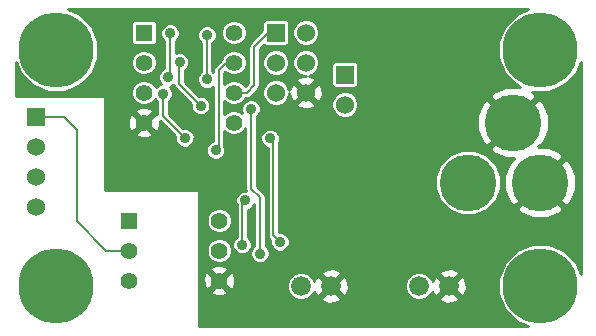
<source format=gbl>
G04 (created by PCBNEW (2013-05-31 BZR 4019)-stable) date 7/2/2014 8:15:17 PM*
%MOIN*%
G04 Gerber Fmt 3.4, Leading zero omitted, Abs format*
%FSLAX34Y34*%
G01*
G70*
G90*
G04 APERTURE LIST*
%ADD10C,0.00590551*%
%ADD11C,0.25*%
%ADD12R,0.06X0.06*%
%ADD13C,0.06*%
%ADD14C,0.189*%
%ADD15R,0.055X0.055*%
%ADD16C,0.055*%
%ADD17C,0.066*%
%ADD18C,0.035*%
%ADD19C,0.008*%
%ADD20C,0.01*%
G04 APERTURE END LIST*
G54D10*
G54D11*
X1574Y-9448D03*
G54D12*
X11200Y-2400D03*
G54D13*
X11200Y-3400D03*
G54D11*
X17716Y-9448D03*
X17716Y-1574D03*
X1574Y-1574D03*
G54D14*
X17700Y-6000D03*
X15300Y-6000D03*
X16800Y-4000D03*
G54D12*
X8900Y-1000D03*
G54D13*
X9900Y-1000D03*
X8900Y-2000D03*
X9900Y-2000D03*
X8900Y-3000D03*
X9900Y-3000D03*
G54D15*
X4011Y-7267D03*
G54D16*
X4011Y-8267D03*
X4011Y-9267D03*
X7011Y-9267D03*
X7011Y-8267D03*
X7011Y-7267D03*
G54D12*
X900Y-3800D03*
G54D13*
X900Y-4800D03*
X900Y-5800D03*
X900Y-6800D03*
G54D15*
X4500Y-1000D03*
G54D16*
X4500Y-2000D03*
X4500Y-3000D03*
X4500Y-4000D03*
X7500Y-4000D03*
X7500Y-3000D03*
X7500Y-2000D03*
X7500Y-1000D03*
G54D17*
X13673Y-9448D03*
X14673Y-9448D03*
X9736Y-9448D03*
X10736Y-9448D03*
G54D18*
X6889Y-4921D03*
X6390Y-3440D03*
X5690Y-1990D03*
X8070Y-3543D03*
X8366Y-8366D03*
X5860Y-4510D03*
X5140Y-3040D03*
X9030Y-7980D03*
X8707Y-4527D03*
X5370Y-1020D03*
X5300Y-2490D03*
X6594Y-1082D03*
X6594Y-2559D03*
X12007Y-1673D03*
X6692Y-5905D03*
X12204Y-4330D03*
X7775Y-8070D03*
X7874Y-6594D03*
G54D19*
X7500Y-3000D02*
X7925Y-3000D01*
X8645Y-1000D02*
X8900Y-1000D01*
X8169Y-1476D02*
X8645Y-1000D01*
X8169Y-2755D02*
X8169Y-1476D01*
X7925Y-3000D02*
X8169Y-2755D01*
X7251Y-2000D02*
X7500Y-2000D01*
X6988Y-2263D02*
X7251Y-2000D01*
X6988Y-4822D02*
X6988Y-2263D01*
X6889Y-4921D02*
X6988Y-4822D01*
X5670Y-2720D02*
X6390Y-3440D01*
X5670Y-2010D02*
X5670Y-2720D01*
X5690Y-1990D02*
X5670Y-2010D01*
X8070Y-6200D02*
X8070Y-3543D01*
X8366Y-6496D02*
X8070Y-6200D01*
X8366Y-8366D02*
X8366Y-6496D01*
X5140Y-3040D02*
X5140Y-3790D01*
X5140Y-3790D02*
X5860Y-4510D01*
X8810Y-7760D02*
X9030Y-7980D01*
X8810Y-4630D02*
X8810Y-7760D01*
X8707Y-4527D02*
X8810Y-4630D01*
X5370Y-2420D02*
X5370Y-1020D01*
X5300Y-2490D02*
X5370Y-2420D01*
X6594Y-2559D02*
X6594Y-1082D01*
X7775Y-6692D02*
X7775Y-8070D01*
X7874Y-6594D02*
X7775Y-6692D01*
X4011Y-8267D02*
X3248Y-8267D01*
X3248Y-8267D02*
X2263Y-7283D01*
X1831Y-3800D02*
X900Y-3800D01*
X2263Y-4232D02*
X1831Y-3800D01*
X2263Y-7283D02*
X2263Y-4232D01*
G54D10*
G36*
X19066Y-9049D02*
X18904Y-8656D01*
X18895Y-8648D01*
X18895Y-6235D01*
X18894Y-5760D01*
X18714Y-5324D01*
X18551Y-5218D01*
X18481Y-5289D01*
X18481Y-5148D01*
X18375Y-4985D01*
X17995Y-4829D01*
X17935Y-4804D01*
X17675Y-4805D01*
X17651Y-4781D01*
X17814Y-4675D01*
X17995Y-4235D01*
X17994Y-3760D01*
X17814Y-3324D01*
X17651Y-3218D01*
X16870Y-4000D01*
X16876Y-4005D01*
X16805Y-4076D01*
X16800Y-4070D01*
X16729Y-4141D01*
X16729Y-4000D01*
X15948Y-3218D01*
X15785Y-3324D01*
X15604Y-3764D01*
X15605Y-4239D01*
X15785Y-4675D01*
X15948Y-4781D01*
X16729Y-4000D01*
X16729Y-4141D01*
X16018Y-4851D01*
X16124Y-5014D01*
X16564Y-5195D01*
X16824Y-5194D01*
X16848Y-5218D01*
X16685Y-5324D01*
X16504Y-5764D01*
X16505Y-6239D01*
X16685Y-6675D01*
X16848Y-6781D01*
X17629Y-6000D01*
X17623Y-5994D01*
X17694Y-5923D01*
X17700Y-5929D01*
X18481Y-5148D01*
X18481Y-5289D01*
X17770Y-6000D01*
X18551Y-6781D01*
X18714Y-6675D01*
X18895Y-6235D01*
X18895Y-8648D01*
X18510Y-8262D01*
X18481Y-8250D01*
X18481Y-6851D01*
X17700Y-6070D01*
X17629Y-6141D01*
X16918Y-6851D01*
X17024Y-7014D01*
X17464Y-7195D01*
X17939Y-7194D01*
X18375Y-7014D01*
X18481Y-6851D01*
X18481Y-8250D01*
X17996Y-8049D01*
X17439Y-8048D01*
X16924Y-8261D01*
X16530Y-8654D01*
X16395Y-8980D01*
X16395Y-5783D01*
X16228Y-5380D01*
X15921Y-5072D01*
X15518Y-4905D01*
X15083Y-4904D01*
X14680Y-5071D01*
X14372Y-5378D01*
X14205Y-5781D01*
X14204Y-6216D01*
X14371Y-6619D01*
X14678Y-6927D01*
X15081Y-7094D01*
X15516Y-7095D01*
X15919Y-6928D01*
X16227Y-6621D01*
X16394Y-6218D01*
X16395Y-5783D01*
X16395Y-8980D01*
X16316Y-9169D01*
X16316Y-9726D01*
X16528Y-10240D01*
X16922Y-10634D01*
X17316Y-10798D01*
X15257Y-10798D01*
X15257Y-9537D01*
X15247Y-9307D01*
X15179Y-9142D01*
X15080Y-9111D01*
X15010Y-9182D01*
X15010Y-9041D01*
X14979Y-8942D01*
X14762Y-8864D01*
X14531Y-8874D01*
X14367Y-8942D01*
X14336Y-9041D01*
X14673Y-9378D01*
X15010Y-9041D01*
X15010Y-9182D01*
X14743Y-9448D01*
X15080Y-9785D01*
X15179Y-9754D01*
X15257Y-9537D01*
X15257Y-10798D01*
X15010Y-10798D01*
X15010Y-9856D01*
X14673Y-9519D01*
X14602Y-9590D01*
X14602Y-9448D01*
X14265Y-9111D01*
X14167Y-9142D01*
X14119Y-9273D01*
X14080Y-9177D01*
X13945Y-9042D01*
X13769Y-8968D01*
X13578Y-8968D01*
X13401Y-9041D01*
X13266Y-9176D01*
X13193Y-9352D01*
X13193Y-9543D01*
X13266Y-9720D01*
X13400Y-9855D01*
X13577Y-9928D01*
X13768Y-9928D01*
X13944Y-9855D01*
X14079Y-9721D01*
X14116Y-9632D01*
X14167Y-9754D01*
X14265Y-9785D01*
X14602Y-9448D01*
X14602Y-9590D01*
X14336Y-9856D01*
X14367Y-9954D01*
X14584Y-10033D01*
X14814Y-10022D01*
X14979Y-9954D01*
X15010Y-9856D01*
X15010Y-10798D01*
X11650Y-10798D01*
X11650Y-3310D01*
X11650Y-3310D01*
X11650Y-2670D01*
X11650Y-2070D01*
X11627Y-2015D01*
X11585Y-1972D01*
X11529Y-1950D01*
X11470Y-1949D01*
X10870Y-1949D01*
X10815Y-1972D01*
X10772Y-2014D01*
X10750Y-2070D01*
X10749Y-2129D01*
X10749Y-2729D01*
X10772Y-2784D01*
X10814Y-2827D01*
X10870Y-2849D01*
X10929Y-2850D01*
X11529Y-2850D01*
X11584Y-2827D01*
X11627Y-2785D01*
X11649Y-2729D01*
X11650Y-2670D01*
X11650Y-3310D01*
X11581Y-3145D01*
X11455Y-3018D01*
X11289Y-2950D01*
X11110Y-2949D01*
X10945Y-3018D01*
X10818Y-3144D01*
X10750Y-3310D01*
X10749Y-3489D01*
X10818Y-3654D01*
X10944Y-3781D01*
X11110Y-3849D01*
X11289Y-3850D01*
X11454Y-3781D01*
X11581Y-3655D01*
X11649Y-3489D01*
X11650Y-3310D01*
X11650Y-10798D01*
X11320Y-10798D01*
X11320Y-9537D01*
X11310Y-9307D01*
X11242Y-9142D01*
X11143Y-9111D01*
X11073Y-9182D01*
X11073Y-9041D01*
X11042Y-8942D01*
X10825Y-8864D01*
X10594Y-8874D01*
X10454Y-8932D01*
X10454Y-3081D01*
X10443Y-2863D01*
X10381Y-2712D01*
X10350Y-2703D01*
X10350Y-1910D01*
X10350Y-910D01*
X10281Y-745D01*
X10155Y-618D01*
X9989Y-550D01*
X9810Y-549D01*
X9645Y-618D01*
X9518Y-744D01*
X9450Y-910D01*
X9449Y-1089D01*
X9518Y-1254D01*
X9644Y-1381D01*
X9810Y-1449D01*
X9989Y-1450D01*
X10154Y-1381D01*
X10281Y-1255D01*
X10349Y-1089D01*
X10350Y-910D01*
X10350Y-1910D01*
X10281Y-1745D01*
X10155Y-1618D01*
X9989Y-1550D01*
X9810Y-1549D01*
X9645Y-1618D01*
X9518Y-1744D01*
X9450Y-1910D01*
X9449Y-2089D01*
X9518Y-2254D01*
X9644Y-2381D01*
X9810Y-2449D01*
X9886Y-2449D01*
X9763Y-2456D01*
X9612Y-2518D01*
X9584Y-2614D01*
X9900Y-2929D01*
X10215Y-2614D01*
X10187Y-2518D01*
X9992Y-2448D01*
X10154Y-2381D01*
X10281Y-2255D01*
X10349Y-2089D01*
X10350Y-1910D01*
X10350Y-2703D01*
X10285Y-2684D01*
X9970Y-3000D01*
X10285Y-3315D01*
X10381Y-3287D01*
X10454Y-3081D01*
X10454Y-8932D01*
X10430Y-8942D01*
X10399Y-9041D01*
X10736Y-9378D01*
X11073Y-9041D01*
X11073Y-9182D01*
X10806Y-9448D01*
X11143Y-9785D01*
X11242Y-9754D01*
X11320Y-9537D01*
X11320Y-10798D01*
X11073Y-10798D01*
X11073Y-9856D01*
X10736Y-9519D01*
X10665Y-9590D01*
X10665Y-9448D01*
X10328Y-9111D01*
X10230Y-9142D01*
X10215Y-9184D01*
X10215Y-3385D01*
X9900Y-3070D01*
X9829Y-3141D01*
X9829Y-3000D01*
X9514Y-2684D01*
X9418Y-2712D01*
X9350Y-2904D01*
X9350Y-1910D01*
X9350Y-1910D01*
X9350Y-1270D01*
X9350Y-670D01*
X9327Y-615D01*
X9285Y-572D01*
X9229Y-550D01*
X9170Y-549D01*
X8570Y-549D01*
X8515Y-572D01*
X8472Y-614D01*
X8450Y-670D01*
X8449Y-729D01*
X8449Y-926D01*
X8034Y-1342D01*
X7993Y-1403D01*
X7979Y-1476D01*
X7979Y-2677D01*
X7871Y-2785D01*
X7860Y-2759D01*
X7741Y-2639D01*
X7584Y-2575D01*
X7415Y-2574D01*
X7259Y-2639D01*
X7178Y-2720D01*
X7178Y-2342D01*
X7209Y-2310D01*
X7258Y-2360D01*
X7415Y-2424D01*
X7584Y-2425D01*
X7740Y-2360D01*
X7860Y-2241D01*
X7924Y-2084D01*
X7925Y-1915D01*
X7925Y-915D01*
X7860Y-759D01*
X7741Y-639D01*
X7584Y-575D01*
X7415Y-574D01*
X7259Y-639D01*
X7139Y-758D01*
X7075Y-915D01*
X7074Y-1084D01*
X7139Y-1240D01*
X7258Y-1360D01*
X7415Y-1424D01*
X7584Y-1425D01*
X7740Y-1360D01*
X7860Y-1241D01*
X7924Y-1084D01*
X7925Y-915D01*
X7925Y-1915D01*
X7860Y-1759D01*
X7741Y-1639D01*
X7584Y-1575D01*
X7415Y-1574D01*
X7259Y-1639D01*
X7139Y-1758D01*
X7079Y-1903D01*
X6853Y-2129D01*
X6812Y-2191D01*
X6798Y-2263D01*
X6798Y-2303D01*
X6784Y-2289D01*
X6784Y-1352D01*
X6869Y-1267D01*
X6919Y-1147D01*
X6919Y-1018D01*
X6870Y-898D01*
X6778Y-807D01*
X6659Y-757D01*
X6530Y-757D01*
X6410Y-806D01*
X6319Y-898D01*
X6269Y-1017D01*
X6269Y-1147D01*
X6318Y-1266D01*
X6404Y-1352D01*
X6404Y-2289D01*
X6319Y-2374D01*
X6269Y-2494D01*
X6269Y-2623D01*
X6318Y-2742D01*
X6410Y-2834D01*
X6529Y-2883D01*
X6658Y-2884D01*
X6778Y-2834D01*
X6798Y-2814D01*
X6798Y-4607D01*
X6715Y-4641D01*
X6715Y-3375D01*
X6665Y-3256D01*
X6574Y-3164D01*
X6454Y-3115D01*
X6333Y-3114D01*
X5860Y-2641D01*
X5860Y-2271D01*
X5873Y-2265D01*
X5965Y-2174D01*
X6014Y-2054D01*
X6015Y-1925D01*
X5965Y-1806D01*
X5874Y-1714D01*
X5754Y-1665D01*
X5625Y-1664D01*
X5560Y-1692D01*
X5560Y-1289D01*
X5645Y-1204D01*
X5694Y-1084D01*
X5695Y-955D01*
X5645Y-836D01*
X5554Y-744D01*
X5434Y-695D01*
X5305Y-694D01*
X5186Y-744D01*
X5094Y-835D01*
X5045Y-955D01*
X5044Y-1084D01*
X5094Y-1203D01*
X5180Y-1289D01*
X5180Y-2187D01*
X5116Y-2214D01*
X5024Y-2305D01*
X4975Y-2425D01*
X4974Y-2554D01*
X5024Y-2673D01*
X5068Y-2717D01*
X4956Y-2764D01*
X4925Y-2795D01*
X4925Y-1915D01*
X4925Y-1915D01*
X4925Y-1245D01*
X4925Y-695D01*
X4902Y-640D01*
X4860Y-597D01*
X4804Y-575D01*
X4745Y-574D01*
X4195Y-574D01*
X4140Y-597D01*
X4097Y-639D01*
X4075Y-695D01*
X4074Y-754D01*
X4074Y-1304D01*
X4097Y-1359D01*
X4139Y-1402D01*
X4195Y-1424D01*
X4254Y-1425D01*
X4804Y-1425D01*
X4859Y-1402D01*
X4902Y-1360D01*
X4924Y-1304D01*
X4925Y-1245D01*
X4925Y-1915D01*
X4860Y-1759D01*
X4741Y-1639D01*
X4584Y-1575D01*
X4415Y-1574D01*
X4259Y-1639D01*
X4139Y-1758D01*
X4075Y-1915D01*
X4074Y-2084D01*
X4139Y-2240D01*
X4258Y-2360D01*
X4415Y-2424D01*
X4584Y-2425D01*
X4740Y-2360D01*
X4860Y-2241D01*
X4924Y-2084D01*
X4925Y-1915D01*
X4925Y-2795D01*
X4889Y-2830D01*
X4860Y-2759D01*
X4741Y-2639D01*
X4584Y-2575D01*
X4415Y-2574D01*
X4259Y-2639D01*
X4139Y-2758D01*
X4075Y-2915D01*
X4074Y-3084D01*
X4139Y-3240D01*
X4258Y-3360D01*
X4415Y-3424D01*
X4584Y-3425D01*
X4740Y-3360D01*
X4860Y-3241D01*
X4866Y-3225D01*
X4950Y-3309D01*
X4950Y-3724D01*
X4867Y-3702D01*
X4797Y-3773D01*
X4797Y-3632D01*
X4772Y-3539D01*
X4575Y-3470D01*
X4367Y-3481D01*
X4227Y-3539D01*
X4202Y-3632D01*
X4500Y-3929D01*
X4797Y-3632D01*
X4797Y-3773D01*
X4570Y-4000D01*
X4867Y-4297D01*
X4960Y-4272D01*
X5029Y-4075D01*
X5022Y-3941D01*
X5535Y-4453D01*
X5534Y-4574D01*
X5584Y-4693D01*
X5675Y-4785D01*
X5795Y-4834D01*
X5924Y-4835D01*
X6043Y-4785D01*
X6135Y-4694D01*
X6184Y-4574D01*
X6185Y-4445D01*
X6135Y-4326D01*
X6044Y-4234D01*
X5924Y-4185D01*
X5803Y-4184D01*
X5330Y-3711D01*
X5330Y-3309D01*
X5415Y-3224D01*
X5464Y-3104D01*
X5465Y-2975D01*
X5415Y-2856D01*
X5371Y-2812D01*
X5483Y-2765D01*
X5488Y-2761D01*
X5494Y-2792D01*
X5535Y-2854D01*
X6065Y-3383D01*
X6064Y-3504D01*
X6114Y-3623D01*
X6205Y-3715D01*
X6325Y-3764D01*
X6454Y-3765D01*
X6573Y-3715D01*
X6665Y-3624D01*
X6714Y-3504D01*
X6715Y-3375D01*
X6715Y-4641D01*
X6705Y-4645D01*
X6614Y-4736D01*
X6564Y-4856D01*
X6564Y-4985D01*
X6614Y-5105D01*
X6705Y-5196D01*
X6824Y-5246D01*
X6954Y-5246D01*
X7073Y-5196D01*
X7165Y-5105D01*
X7214Y-4986D01*
X7214Y-4856D01*
X7178Y-4768D01*
X7178Y-4279D01*
X7258Y-4360D01*
X7415Y-4424D01*
X7584Y-4425D01*
X7740Y-4360D01*
X7860Y-4241D01*
X7880Y-4191D01*
X7880Y-6200D01*
X7894Y-6269D01*
X7809Y-6269D01*
X7690Y-6318D01*
X7598Y-6410D01*
X7549Y-6529D01*
X7548Y-6658D01*
X7585Y-6747D01*
X7585Y-7801D01*
X7500Y-7886D01*
X7450Y-8005D01*
X7450Y-8135D01*
X7499Y-8254D01*
X7591Y-8346D01*
X7710Y-8395D01*
X7839Y-8395D01*
X7959Y-8346D01*
X8050Y-8255D01*
X8100Y-8135D01*
X8100Y-8006D01*
X8051Y-7887D01*
X7965Y-7801D01*
X7965Y-6908D01*
X8057Y-6870D01*
X8149Y-6778D01*
X8176Y-6714D01*
X8176Y-8096D01*
X8090Y-8181D01*
X8041Y-8301D01*
X8041Y-8430D01*
X8090Y-8549D01*
X8181Y-8641D01*
X8301Y-8691D01*
X8430Y-8691D01*
X8549Y-8641D01*
X8641Y-8550D01*
X8691Y-8431D01*
X8691Y-8301D01*
X8641Y-8182D01*
X8556Y-8096D01*
X8556Y-6496D01*
X8541Y-6423D01*
X8500Y-6361D01*
X8260Y-6122D01*
X8260Y-3812D01*
X8346Y-3727D01*
X8395Y-3608D01*
X8395Y-3478D01*
X8346Y-3359D01*
X8255Y-3267D01*
X8135Y-3218D01*
X8006Y-3218D01*
X7887Y-3267D01*
X7795Y-3358D01*
X7745Y-3478D01*
X7745Y-3607D01*
X7771Y-3670D01*
X7741Y-3639D01*
X7584Y-3575D01*
X7415Y-3574D01*
X7259Y-3639D01*
X7178Y-3720D01*
X7178Y-3279D01*
X7258Y-3360D01*
X7415Y-3424D01*
X7584Y-3425D01*
X7740Y-3360D01*
X7860Y-3241D01*
X7881Y-3190D01*
X7925Y-3190D01*
X7997Y-3175D01*
X8059Y-3134D01*
X8303Y-2890D01*
X8303Y-2890D01*
X8303Y-2890D01*
X8344Y-2828D01*
X8359Y-2755D01*
X8359Y-1555D01*
X8501Y-1413D01*
X8514Y-1427D01*
X8570Y-1449D01*
X8629Y-1450D01*
X9229Y-1450D01*
X9284Y-1427D01*
X9327Y-1385D01*
X9349Y-1329D01*
X9350Y-1270D01*
X9350Y-1910D01*
X9281Y-1745D01*
X9155Y-1618D01*
X8989Y-1550D01*
X8810Y-1549D01*
X8645Y-1618D01*
X8518Y-1744D01*
X8450Y-1910D01*
X8449Y-2089D01*
X8518Y-2254D01*
X8644Y-2381D01*
X8810Y-2449D01*
X8989Y-2450D01*
X9154Y-2381D01*
X9281Y-2255D01*
X9349Y-2089D01*
X9350Y-1910D01*
X9350Y-2904D01*
X9348Y-2907D01*
X9281Y-2745D01*
X9155Y-2618D01*
X8989Y-2550D01*
X8810Y-2549D01*
X8645Y-2618D01*
X8518Y-2744D01*
X8450Y-2910D01*
X8449Y-3089D01*
X8518Y-3254D01*
X8644Y-3381D01*
X8810Y-3449D01*
X8989Y-3450D01*
X9154Y-3381D01*
X9281Y-3255D01*
X9349Y-3089D01*
X9349Y-3013D01*
X9356Y-3136D01*
X9418Y-3287D01*
X9514Y-3315D01*
X9829Y-3000D01*
X9829Y-3141D01*
X9584Y-3385D01*
X9612Y-3481D01*
X9818Y-3554D01*
X10036Y-3543D01*
X10187Y-3481D01*
X10215Y-3385D01*
X10215Y-9184D01*
X10182Y-9273D01*
X10143Y-9177D01*
X10008Y-9042D01*
X9832Y-8968D01*
X9641Y-8968D01*
X9464Y-9041D01*
X9355Y-9151D01*
X9355Y-7915D01*
X9305Y-7796D01*
X9214Y-7704D01*
X9094Y-7655D01*
X9000Y-7654D01*
X9000Y-4670D01*
X9032Y-4592D01*
X9032Y-4463D01*
X8983Y-4343D01*
X8891Y-4252D01*
X8772Y-4202D01*
X8643Y-4202D01*
X8523Y-4251D01*
X8432Y-4343D01*
X8382Y-4462D01*
X8382Y-4591D01*
X8431Y-4711D01*
X8523Y-4802D01*
X8620Y-4843D01*
X8620Y-7760D01*
X8634Y-7832D01*
X8675Y-7894D01*
X8705Y-7923D01*
X8704Y-8044D01*
X8754Y-8163D01*
X8845Y-8255D01*
X8965Y-8304D01*
X9094Y-8305D01*
X9213Y-8255D01*
X9305Y-8164D01*
X9354Y-8044D01*
X9355Y-7915D01*
X9355Y-9151D01*
X9329Y-9176D01*
X9256Y-9352D01*
X9256Y-9543D01*
X9329Y-9720D01*
X9463Y-9855D01*
X9640Y-9928D01*
X9831Y-9928D01*
X10007Y-9855D01*
X10142Y-9721D01*
X10179Y-9632D01*
X10230Y-9754D01*
X10328Y-9785D01*
X10665Y-9448D01*
X10665Y-9590D01*
X10399Y-9856D01*
X10430Y-9954D01*
X10647Y-10033D01*
X10877Y-10022D01*
X11042Y-9954D01*
X11073Y-9856D01*
X11073Y-10798D01*
X7541Y-10798D01*
X7541Y-9343D01*
X7530Y-9134D01*
X7472Y-8994D01*
X7436Y-8985D01*
X7436Y-8183D01*
X7436Y-7183D01*
X7372Y-7027D01*
X7252Y-6907D01*
X7096Y-6842D01*
X6927Y-6842D01*
X6771Y-6907D01*
X6651Y-7026D01*
X6586Y-7182D01*
X6586Y-7351D01*
X6651Y-7508D01*
X6770Y-7627D01*
X6926Y-7692D01*
X7095Y-7692D01*
X7252Y-7628D01*
X7371Y-7508D01*
X7436Y-7352D01*
X7436Y-7183D01*
X7436Y-8183D01*
X7372Y-8027D01*
X7252Y-7907D01*
X7096Y-7842D01*
X6927Y-7842D01*
X6771Y-7907D01*
X6651Y-8026D01*
X6586Y-8182D01*
X6586Y-8351D01*
X6651Y-8508D01*
X6770Y-8627D01*
X6926Y-8692D01*
X7095Y-8692D01*
X7252Y-8628D01*
X7371Y-8508D01*
X7436Y-8352D01*
X7436Y-8183D01*
X7436Y-8985D01*
X7379Y-8970D01*
X7308Y-9041D01*
X7308Y-8899D01*
X7284Y-8807D01*
X7087Y-8737D01*
X6879Y-8749D01*
X6739Y-8807D01*
X6714Y-8899D01*
X7011Y-9197D01*
X7308Y-8899D01*
X7308Y-9041D01*
X7082Y-9267D01*
X7379Y-9564D01*
X7472Y-9540D01*
X7541Y-9343D01*
X7541Y-10798D01*
X7308Y-10798D01*
X7308Y-9635D01*
X7011Y-9338D01*
X6941Y-9409D01*
X6941Y-9267D01*
X6644Y-8970D01*
X6551Y-8994D01*
X6481Y-9191D01*
X6493Y-9400D01*
X6551Y-9540D01*
X6644Y-9564D01*
X6941Y-9267D01*
X6941Y-9409D01*
X6714Y-9635D01*
X6739Y-9728D01*
X6936Y-9797D01*
X7144Y-9786D01*
X7284Y-9728D01*
X7308Y-9635D01*
X7308Y-10798D01*
X6349Y-10798D01*
X6349Y-6249D01*
X4797Y-6249D01*
X4797Y-4367D01*
X4500Y-4070D01*
X4429Y-4141D01*
X4429Y-4000D01*
X4132Y-3702D01*
X4039Y-3727D01*
X3970Y-3924D01*
X3981Y-4132D01*
X4039Y-4272D01*
X4132Y-4297D01*
X4429Y-4000D01*
X4429Y-4141D01*
X4202Y-4367D01*
X4227Y-4460D01*
X4424Y-4529D01*
X4632Y-4518D01*
X4772Y-4460D01*
X4797Y-4367D01*
X4797Y-6249D01*
X3190Y-6249D01*
X3199Y-3099D01*
X225Y-3099D01*
X225Y-1974D01*
X387Y-2366D01*
X780Y-2760D01*
X1295Y-2974D01*
X1852Y-2975D01*
X2366Y-2762D01*
X2760Y-2368D01*
X2974Y-1854D01*
X2975Y-1297D01*
X2762Y-782D01*
X2368Y-388D01*
X1974Y-225D01*
X17317Y-225D01*
X16924Y-387D01*
X16530Y-780D01*
X16316Y-1295D01*
X16316Y-1852D01*
X16528Y-2366D01*
X16922Y-2760D01*
X17027Y-2804D01*
X16560Y-2805D01*
X16124Y-2985D01*
X16018Y-3148D01*
X16800Y-3929D01*
X17581Y-3148D01*
X17475Y-2985D01*
X17448Y-2974D01*
X17993Y-2975D01*
X18508Y-2762D01*
X18902Y-2368D01*
X19066Y-1974D01*
X19066Y-9049D01*
X19066Y-9049D01*
G37*
G54D20*
X19066Y-9049D02*
X18904Y-8656D01*
X18895Y-8648D01*
X18895Y-6235D01*
X18894Y-5760D01*
X18714Y-5324D01*
X18551Y-5218D01*
X18481Y-5289D01*
X18481Y-5148D01*
X18375Y-4985D01*
X17995Y-4829D01*
X17935Y-4804D01*
X17675Y-4805D01*
X17651Y-4781D01*
X17814Y-4675D01*
X17995Y-4235D01*
X17994Y-3760D01*
X17814Y-3324D01*
X17651Y-3218D01*
X16870Y-4000D01*
X16876Y-4005D01*
X16805Y-4076D01*
X16800Y-4070D01*
X16729Y-4141D01*
X16729Y-4000D01*
X15948Y-3218D01*
X15785Y-3324D01*
X15604Y-3764D01*
X15605Y-4239D01*
X15785Y-4675D01*
X15948Y-4781D01*
X16729Y-4000D01*
X16729Y-4141D01*
X16018Y-4851D01*
X16124Y-5014D01*
X16564Y-5195D01*
X16824Y-5194D01*
X16848Y-5218D01*
X16685Y-5324D01*
X16504Y-5764D01*
X16505Y-6239D01*
X16685Y-6675D01*
X16848Y-6781D01*
X17629Y-6000D01*
X17623Y-5994D01*
X17694Y-5923D01*
X17700Y-5929D01*
X18481Y-5148D01*
X18481Y-5289D01*
X17770Y-6000D01*
X18551Y-6781D01*
X18714Y-6675D01*
X18895Y-6235D01*
X18895Y-8648D01*
X18510Y-8262D01*
X18481Y-8250D01*
X18481Y-6851D01*
X17700Y-6070D01*
X17629Y-6141D01*
X16918Y-6851D01*
X17024Y-7014D01*
X17464Y-7195D01*
X17939Y-7194D01*
X18375Y-7014D01*
X18481Y-6851D01*
X18481Y-8250D01*
X17996Y-8049D01*
X17439Y-8048D01*
X16924Y-8261D01*
X16530Y-8654D01*
X16395Y-8980D01*
X16395Y-5783D01*
X16228Y-5380D01*
X15921Y-5072D01*
X15518Y-4905D01*
X15083Y-4904D01*
X14680Y-5071D01*
X14372Y-5378D01*
X14205Y-5781D01*
X14204Y-6216D01*
X14371Y-6619D01*
X14678Y-6927D01*
X15081Y-7094D01*
X15516Y-7095D01*
X15919Y-6928D01*
X16227Y-6621D01*
X16394Y-6218D01*
X16395Y-5783D01*
X16395Y-8980D01*
X16316Y-9169D01*
X16316Y-9726D01*
X16528Y-10240D01*
X16922Y-10634D01*
X17316Y-10798D01*
X15257Y-10798D01*
X15257Y-9537D01*
X15247Y-9307D01*
X15179Y-9142D01*
X15080Y-9111D01*
X15010Y-9182D01*
X15010Y-9041D01*
X14979Y-8942D01*
X14762Y-8864D01*
X14531Y-8874D01*
X14367Y-8942D01*
X14336Y-9041D01*
X14673Y-9378D01*
X15010Y-9041D01*
X15010Y-9182D01*
X14743Y-9448D01*
X15080Y-9785D01*
X15179Y-9754D01*
X15257Y-9537D01*
X15257Y-10798D01*
X15010Y-10798D01*
X15010Y-9856D01*
X14673Y-9519D01*
X14602Y-9590D01*
X14602Y-9448D01*
X14265Y-9111D01*
X14167Y-9142D01*
X14119Y-9273D01*
X14080Y-9177D01*
X13945Y-9042D01*
X13769Y-8968D01*
X13578Y-8968D01*
X13401Y-9041D01*
X13266Y-9176D01*
X13193Y-9352D01*
X13193Y-9543D01*
X13266Y-9720D01*
X13400Y-9855D01*
X13577Y-9928D01*
X13768Y-9928D01*
X13944Y-9855D01*
X14079Y-9721D01*
X14116Y-9632D01*
X14167Y-9754D01*
X14265Y-9785D01*
X14602Y-9448D01*
X14602Y-9590D01*
X14336Y-9856D01*
X14367Y-9954D01*
X14584Y-10033D01*
X14814Y-10022D01*
X14979Y-9954D01*
X15010Y-9856D01*
X15010Y-10798D01*
X11650Y-10798D01*
X11650Y-3310D01*
X11650Y-3310D01*
X11650Y-2670D01*
X11650Y-2070D01*
X11627Y-2015D01*
X11585Y-1972D01*
X11529Y-1950D01*
X11470Y-1949D01*
X10870Y-1949D01*
X10815Y-1972D01*
X10772Y-2014D01*
X10750Y-2070D01*
X10749Y-2129D01*
X10749Y-2729D01*
X10772Y-2784D01*
X10814Y-2827D01*
X10870Y-2849D01*
X10929Y-2850D01*
X11529Y-2850D01*
X11584Y-2827D01*
X11627Y-2785D01*
X11649Y-2729D01*
X11650Y-2670D01*
X11650Y-3310D01*
X11581Y-3145D01*
X11455Y-3018D01*
X11289Y-2950D01*
X11110Y-2949D01*
X10945Y-3018D01*
X10818Y-3144D01*
X10750Y-3310D01*
X10749Y-3489D01*
X10818Y-3654D01*
X10944Y-3781D01*
X11110Y-3849D01*
X11289Y-3850D01*
X11454Y-3781D01*
X11581Y-3655D01*
X11649Y-3489D01*
X11650Y-3310D01*
X11650Y-10798D01*
X11320Y-10798D01*
X11320Y-9537D01*
X11310Y-9307D01*
X11242Y-9142D01*
X11143Y-9111D01*
X11073Y-9182D01*
X11073Y-9041D01*
X11042Y-8942D01*
X10825Y-8864D01*
X10594Y-8874D01*
X10454Y-8932D01*
X10454Y-3081D01*
X10443Y-2863D01*
X10381Y-2712D01*
X10350Y-2703D01*
X10350Y-1910D01*
X10350Y-910D01*
X10281Y-745D01*
X10155Y-618D01*
X9989Y-550D01*
X9810Y-549D01*
X9645Y-618D01*
X9518Y-744D01*
X9450Y-910D01*
X9449Y-1089D01*
X9518Y-1254D01*
X9644Y-1381D01*
X9810Y-1449D01*
X9989Y-1450D01*
X10154Y-1381D01*
X10281Y-1255D01*
X10349Y-1089D01*
X10350Y-910D01*
X10350Y-1910D01*
X10281Y-1745D01*
X10155Y-1618D01*
X9989Y-1550D01*
X9810Y-1549D01*
X9645Y-1618D01*
X9518Y-1744D01*
X9450Y-1910D01*
X9449Y-2089D01*
X9518Y-2254D01*
X9644Y-2381D01*
X9810Y-2449D01*
X9886Y-2449D01*
X9763Y-2456D01*
X9612Y-2518D01*
X9584Y-2614D01*
X9900Y-2929D01*
X10215Y-2614D01*
X10187Y-2518D01*
X9992Y-2448D01*
X10154Y-2381D01*
X10281Y-2255D01*
X10349Y-2089D01*
X10350Y-1910D01*
X10350Y-2703D01*
X10285Y-2684D01*
X9970Y-3000D01*
X10285Y-3315D01*
X10381Y-3287D01*
X10454Y-3081D01*
X10454Y-8932D01*
X10430Y-8942D01*
X10399Y-9041D01*
X10736Y-9378D01*
X11073Y-9041D01*
X11073Y-9182D01*
X10806Y-9448D01*
X11143Y-9785D01*
X11242Y-9754D01*
X11320Y-9537D01*
X11320Y-10798D01*
X11073Y-10798D01*
X11073Y-9856D01*
X10736Y-9519D01*
X10665Y-9590D01*
X10665Y-9448D01*
X10328Y-9111D01*
X10230Y-9142D01*
X10215Y-9184D01*
X10215Y-3385D01*
X9900Y-3070D01*
X9829Y-3141D01*
X9829Y-3000D01*
X9514Y-2684D01*
X9418Y-2712D01*
X9350Y-2904D01*
X9350Y-1910D01*
X9350Y-1910D01*
X9350Y-1270D01*
X9350Y-670D01*
X9327Y-615D01*
X9285Y-572D01*
X9229Y-550D01*
X9170Y-549D01*
X8570Y-549D01*
X8515Y-572D01*
X8472Y-614D01*
X8450Y-670D01*
X8449Y-729D01*
X8449Y-926D01*
X8034Y-1342D01*
X7993Y-1403D01*
X7979Y-1476D01*
X7979Y-2677D01*
X7871Y-2785D01*
X7860Y-2759D01*
X7741Y-2639D01*
X7584Y-2575D01*
X7415Y-2574D01*
X7259Y-2639D01*
X7178Y-2720D01*
X7178Y-2342D01*
X7209Y-2310D01*
X7258Y-2360D01*
X7415Y-2424D01*
X7584Y-2425D01*
X7740Y-2360D01*
X7860Y-2241D01*
X7924Y-2084D01*
X7925Y-1915D01*
X7925Y-915D01*
X7860Y-759D01*
X7741Y-639D01*
X7584Y-575D01*
X7415Y-574D01*
X7259Y-639D01*
X7139Y-758D01*
X7075Y-915D01*
X7074Y-1084D01*
X7139Y-1240D01*
X7258Y-1360D01*
X7415Y-1424D01*
X7584Y-1425D01*
X7740Y-1360D01*
X7860Y-1241D01*
X7924Y-1084D01*
X7925Y-915D01*
X7925Y-1915D01*
X7860Y-1759D01*
X7741Y-1639D01*
X7584Y-1575D01*
X7415Y-1574D01*
X7259Y-1639D01*
X7139Y-1758D01*
X7079Y-1903D01*
X6853Y-2129D01*
X6812Y-2191D01*
X6798Y-2263D01*
X6798Y-2303D01*
X6784Y-2289D01*
X6784Y-1352D01*
X6869Y-1267D01*
X6919Y-1147D01*
X6919Y-1018D01*
X6870Y-898D01*
X6778Y-807D01*
X6659Y-757D01*
X6530Y-757D01*
X6410Y-806D01*
X6319Y-898D01*
X6269Y-1017D01*
X6269Y-1147D01*
X6318Y-1266D01*
X6404Y-1352D01*
X6404Y-2289D01*
X6319Y-2374D01*
X6269Y-2494D01*
X6269Y-2623D01*
X6318Y-2742D01*
X6410Y-2834D01*
X6529Y-2883D01*
X6658Y-2884D01*
X6778Y-2834D01*
X6798Y-2814D01*
X6798Y-4607D01*
X6715Y-4641D01*
X6715Y-3375D01*
X6665Y-3256D01*
X6574Y-3164D01*
X6454Y-3115D01*
X6333Y-3114D01*
X5860Y-2641D01*
X5860Y-2271D01*
X5873Y-2265D01*
X5965Y-2174D01*
X6014Y-2054D01*
X6015Y-1925D01*
X5965Y-1806D01*
X5874Y-1714D01*
X5754Y-1665D01*
X5625Y-1664D01*
X5560Y-1692D01*
X5560Y-1289D01*
X5645Y-1204D01*
X5694Y-1084D01*
X5695Y-955D01*
X5645Y-836D01*
X5554Y-744D01*
X5434Y-695D01*
X5305Y-694D01*
X5186Y-744D01*
X5094Y-835D01*
X5045Y-955D01*
X5044Y-1084D01*
X5094Y-1203D01*
X5180Y-1289D01*
X5180Y-2187D01*
X5116Y-2214D01*
X5024Y-2305D01*
X4975Y-2425D01*
X4974Y-2554D01*
X5024Y-2673D01*
X5068Y-2717D01*
X4956Y-2764D01*
X4925Y-2795D01*
X4925Y-1915D01*
X4925Y-1915D01*
X4925Y-1245D01*
X4925Y-695D01*
X4902Y-640D01*
X4860Y-597D01*
X4804Y-575D01*
X4745Y-574D01*
X4195Y-574D01*
X4140Y-597D01*
X4097Y-639D01*
X4075Y-695D01*
X4074Y-754D01*
X4074Y-1304D01*
X4097Y-1359D01*
X4139Y-1402D01*
X4195Y-1424D01*
X4254Y-1425D01*
X4804Y-1425D01*
X4859Y-1402D01*
X4902Y-1360D01*
X4924Y-1304D01*
X4925Y-1245D01*
X4925Y-1915D01*
X4860Y-1759D01*
X4741Y-1639D01*
X4584Y-1575D01*
X4415Y-1574D01*
X4259Y-1639D01*
X4139Y-1758D01*
X4075Y-1915D01*
X4074Y-2084D01*
X4139Y-2240D01*
X4258Y-2360D01*
X4415Y-2424D01*
X4584Y-2425D01*
X4740Y-2360D01*
X4860Y-2241D01*
X4924Y-2084D01*
X4925Y-1915D01*
X4925Y-2795D01*
X4889Y-2830D01*
X4860Y-2759D01*
X4741Y-2639D01*
X4584Y-2575D01*
X4415Y-2574D01*
X4259Y-2639D01*
X4139Y-2758D01*
X4075Y-2915D01*
X4074Y-3084D01*
X4139Y-3240D01*
X4258Y-3360D01*
X4415Y-3424D01*
X4584Y-3425D01*
X4740Y-3360D01*
X4860Y-3241D01*
X4866Y-3225D01*
X4950Y-3309D01*
X4950Y-3724D01*
X4867Y-3702D01*
X4797Y-3773D01*
X4797Y-3632D01*
X4772Y-3539D01*
X4575Y-3470D01*
X4367Y-3481D01*
X4227Y-3539D01*
X4202Y-3632D01*
X4500Y-3929D01*
X4797Y-3632D01*
X4797Y-3773D01*
X4570Y-4000D01*
X4867Y-4297D01*
X4960Y-4272D01*
X5029Y-4075D01*
X5022Y-3941D01*
X5535Y-4453D01*
X5534Y-4574D01*
X5584Y-4693D01*
X5675Y-4785D01*
X5795Y-4834D01*
X5924Y-4835D01*
X6043Y-4785D01*
X6135Y-4694D01*
X6184Y-4574D01*
X6185Y-4445D01*
X6135Y-4326D01*
X6044Y-4234D01*
X5924Y-4185D01*
X5803Y-4184D01*
X5330Y-3711D01*
X5330Y-3309D01*
X5415Y-3224D01*
X5464Y-3104D01*
X5465Y-2975D01*
X5415Y-2856D01*
X5371Y-2812D01*
X5483Y-2765D01*
X5488Y-2761D01*
X5494Y-2792D01*
X5535Y-2854D01*
X6065Y-3383D01*
X6064Y-3504D01*
X6114Y-3623D01*
X6205Y-3715D01*
X6325Y-3764D01*
X6454Y-3765D01*
X6573Y-3715D01*
X6665Y-3624D01*
X6714Y-3504D01*
X6715Y-3375D01*
X6715Y-4641D01*
X6705Y-4645D01*
X6614Y-4736D01*
X6564Y-4856D01*
X6564Y-4985D01*
X6614Y-5105D01*
X6705Y-5196D01*
X6824Y-5246D01*
X6954Y-5246D01*
X7073Y-5196D01*
X7165Y-5105D01*
X7214Y-4986D01*
X7214Y-4856D01*
X7178Y-4768D01*
X7178Y-4279D01*
X7258Y-4360D01*
X7415Y-4424D01*
X7584Y-4425D01*
X7740Y-4360D01*
X7860Y-4241D01*
X7880Y-4191D01*
X7880Y-6200D01*
X7894Y-6269D01*
X7809Y-6269D01*
X7690Y-6318D01*
X7598Y-6410D01*
X7549Y-6529D01*
X7548Y-6658D01*
X7585Y-6747D01*
X7585Y-7801D01*
X7500Y-7886D01*
X7450Y-8005D01*
X7450Y-8135D01*
X7499Y-8254D01*
X7591Y-8346D01*
X7710Y-8395D01*
X7839Y-8395D01*
X7959Y-8346D01*
X8050Y-8255D01*
X8100Y-8135D01*
X8100Y-8006D01*
X8051Y-7887D01*
X7965Y-7801D01*
X7965Y-6908D01*
X8057Y-6870D01*
X8149Y-6778D01*
X8176Y-6714D01*
X8176Y-8096D01*
X8090Y-8181D01*
X8041Y-8301D01*
X8041Y-8430D01*
X8090Y-8549D01*
X8181Y-8641D01*
X8301Y-8691D01*
X8430Y-8691D01*
X8549Y-8641D01*
X8641Y-8550D01*
X8691Y-8431D01*
X8691Y-8301D01*
X8641Y-8182D01*
X8556Y-8096D01*
X8556Y-6496D01*
X8541Y-6423D01*
X8500Y-6361D01*
X8260Y-6122D01*
X8260Y-3812D01*
X8346Y-3727D01*
X8395Y-3608D01*
X8395Y-3478D01*
X8346Y-3359D01*
X8255Y-3267D01*
X8135Y-3218D01*
X8006Y-3218D01*
X7887Y-3267D01*
X7795Y-3358D01*
X7745Y-3478D01*
X7745Y-3607D01*
X7771Y-3670D01*
X7741Y-3639D01*
X7584Y-3575D01*
X7415Y-3574D01*
X7259Y-3639D01*
X7178Y-3720D01*
X7178Y-3279D01*
X7258Y-3360D01*
X7415Y-3424D01*
X7584Y-3425D01*
X7740Y-3360D01*
X7860Y-3241D01*
X7881Y-3190D01*
X7925Y-3190D01*
X7997Y-3175D01*
X8059Y-3134D01*
X8303Y-2890D01*
X8303Y-2890D01*
X8303Y-2890D01*
X8344Y-2828D01*
X8359Y-2755D01*
X8359Y-1555D01*
X8501Y-1413D01*
X8514Y-1427D01*
X8570Y-1449D01*
X8629Y-1450D01*
X9229Y-1450D01*
X9284Y-1427D01*
X9327Y-1385D01*
X9349Y-1329D01*
X9350Y-1270D01*
X9350Y-1910D01*
X9281Y-1745D01*
X9155Y-1618D01*
X8989Y-1550D01*
X8810Y-1549D01*
X8645Y-1618D01*
X8518Y-1744D01*
X8450Y-1910D01*
X8449Y-2089D01*
X8518Y-2254D01*
X8644Y-2381D01*
X8810Y-2449D01*
X8989Y-2450D01*
X9154Y-2381D01*
X9281Y-2255D01*
X9349Y-2089D01*
X9350Y-1910D01*
X9350Y-2904D01*
X9348Y-2907D01*
X9281Y-2745D01*
X9155Y-2618D01*
X8989Y-2550D01*
X8810Y-2549D01*
X8645Y-2618D01*
X8518Y-2744D01*
X8450Y-2910D01*
X8449Y-3089D01*
X8518Y-3254D01*
X8644Y-3381D01*
X8810Y-3449D01*
X8989Y-3450D01*
X9154Y-3381D01*
X9281Y-3255D01*
X9349Y-3089D01*
X9349Y-3013D01*
X9356Y-3136D01*
X9418Y-3287D01*
X9514Y-3315D01*
X9829Y-3000D01*
X9829Y-3141D01*
X9584Y-3385D01*
X9612Y-3481D01*
X9818Y-3554D01*
X10036Y-3543D01*
X10187Y-3481D01*
X10215Y-3385D01*
X10215Y-9184D01*
X10182Y-9273D01*
X10143Y-9177D01*
X10008Y-9042D01*
X9832Y-8968D01*
X9641Y-8968D01*
X9464Y-9041D01*
X9355Y-9151D01*
X9355Y-7915D01*
X9305Y-7796D01*
X9214Y-7704D01*
X9094Y-7655D01*
X9000Y-7654D01*
X9000Y-4670D01*
X9032Y-4592D01*
X9032Y-4463D01*
X8983Y-4343D01*
X8891Y-4252D01*
X8772Y-4202D01*
X8643Y-4202D01*
X8523Y-4251D01*
X8432Y-4343D01*
X8382Y-4462D01*
X8382Y-4591D01*
X8431Y-4711D01*
X8523Y-4802D01*
X8620Y-4843D01*
X8620Y-7760D01*
X8634Y-7832D01*
X8675Y-7894D01*
X8705Y-7923D01*
X8704Y-8044D01*
X8754Y-8163D01*
X8845Y-8255D01*
X8965Y-8304D01*
X9094Y-8305D01*
X9213Y-8255D01*
X9305Y-8164D01*
X9354Y-8044D01*
X9355Y-7915D01*
X9355Y-9151D01*
X9329Y-9176D01*
X9256Y-9352D01*
X9256Y-9543D01*
X9329Y-9720D01*
X9463Y-9855D01*
X9640Y-9928D01*
X9831Y-9928D01*
X10007Y-9855D01*
X10142Y-9721D01*
X10179Y-9632D01*
X10230Y-9754D01*
X10328Y-9785D01*
X10665Y-9448D01*
X10665Y-9590D01*
X10399Y-9856D01*
X10430Y-9954D01*
X10647Y-10033D01*
X10877Y-10022D01*
X11042Y-9954D01*
X11073Y-9856D01*
X11073Y-10798D01*
X7541Y-10798D01*
X7541Y-9343D01*
X7530Y-9134D01*
X7472Y-8994D01*
X7436Y-8985D01*
X7436Y-8183D01*
X7436Y-7183D01*
X7372Y-7027D01*
X7252Y-6907D01*
X7096Y-6842D01*
X6927Y-6842D01*
X6771Y-6907D01*
X6651Y-7026D01*
X6586Y-7182D01*
X6586Y-7351D01*
X6651Y-7508D01*
X6770Y-7627D01*
X6926Y-7692D01*
X7095Y-7692D01*
X7252Y-7628D01*
X7371Y-7508D01*
X7436Y-7352D01*
X7436Y-7183D01*
X7436Y-8183D01*
X7372Y-8027D01*
X7252Y-7907D01*
X7096Y-7842D01*
X6927Y-7842D01*
X6771Y-7907D01*
X6651Y-8026D01*
X6586Y-8182D01*
X6586Y-8351D01*
X6651Y-8508D01*
X6770Y-8627D01*
X6926Y-8692D01*
X7095Y-8692D01*
X7252Y-8628D01*
X7371Y-8508D01*
X7436Y-8352D01*
X7436Y-8183D01*
X7436Y-8985D01*
X7379Y-8970D01*
X7308Y-9041D01*
X7308Y-8899D01*
X7284Y-8807D01*
X7087Y-8737D01*
X6879Y-8749D01*
X6739Y-8807D01*
X6714Y-8899D01*
X7011Y-9197D01*
X7308Y-8899D01*
X7308Y-9041D01*
X7082Y-9267D01*
X7379Y-9564D01*
X7472Y-9540D01*
X7541Y-9343D01*
X7541Y-10798D01*
X7308Y-10798D01*
X7308Y-9635D01*
X7011Y-9338D01*
X6941Y-9409D01*
X6941Y-9267D01*
X6644Y-8970D01*
X6551Y-8994D01*
X6481Y-9191D01*
X6493Y-9400D01*
X6551Y-9540D01*
X6644Y-9564D01*
X6941Y-9267D01*
X6941Y-9409D01*
X6714Y-9635D01*
X6739Y-9728D01*
X6936Y-9797D01*
X7144Y-9786D01*
X7284Y-9728D01*
X7308Y-9635D01*
X7308Y-10798D01*
X6349Y-10798D01*
X6349Y-6249D01*
X4797Y-6249D01*
X4797Y-4367D01*
X4500Y-4070D01*
X4429Y-4141D01*
X4429Y-4000D01*
X4132Y-3702D01*
X4039Y-3727D01*
X3970Y-3924D01*
X3981Y-4132D01*
X4039Y-4272D01*
X4132Y-4297D01*
X4429Y-4000D01*
X4429Y-4141D01*
X4202Y-4367D01*
X4227Y-4460D01*
X4424Y-4529D01*
X4632Y-4518D01*
X4772Y-4460D01*
X4797Y-4367D01*
X4797Y-6249D01*
X3190Y-6249D01*
X3199Y-3099D01*
X225Y-3099D01*
X225Y-1974D01*
X387Y-2366D01*
X780Y-2760D01*
X1295Y-2974D01*
X1852Y-2975D01*
X2366Y-2762D01*
X2760Y-2368D01*
X2974Y-1854D01*
X2975Y-1297D01*
X2762Y-782D01*
X2368Y-388D01*
X1974Y-225D01*
X17317Y-225D01*
X16924Y-387D01*
X16530Y-780D01*
X16316Y-1295D01*
X16316Y-1852D01*
X16528Y-2366D01*
X16922Y-2760D01*
X17027Y-2804D01*
X16560Y-2805D01*
X16124Y-2985D01*
X16018Y-3148D01*
X16800Y-3929D01*
X17581Y-3148D01*
X17475Y-2985D01*
X17448Y-2974D01*
X17993Y-2975D01*
X18508Y-2762D01*
X18902Y-2368D01*
X19066Y-1974D01*
X19066Y-9049D01*
M02*

</source>
